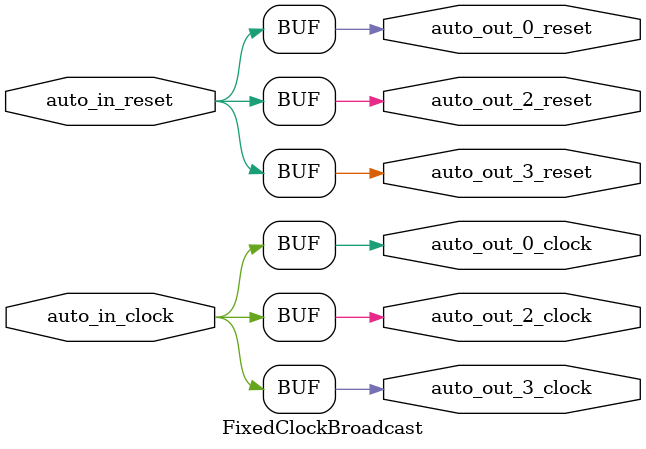
<source format=sv>
`ifndef RANDOMIZE
  `ifdef RANDOMIZE_MEM_INIT
    `define RANDOMIZE
  `endif // RANDOMIZE_MEM_INIT
`endif // not def RANDOMIZE
`ifndef RANDOMIZE
  `ifdef RANDOMIZE_REG_INIT
    `define RANDOMIZE
  `endif // RANDOMIZE_REG_INIT
`endif // not def RANDOMIZE

`ifndef RANDOM
  `define RANDOM $random
`endif // not def RANDOM

// Users can define INIT_RANDOM as general code that gets injected into the
// initializer block for modules with registers.
`ifndef INIT_RANDOM
  `define INIT_RANDOM
`endif // not def INIT_RANDOM

// If using random initialization, you can also define RANDOMIZE_DELAY to
// customize the delay used, otherwise 0.002 is used.
`ifndef RANDOMIZE_DELAY
  `define RANDOMIZE_DELAY 0.002
`endif // not def RANDOMIZE_DELAY

// Define INIT_RANDOM_PROLOG_ for use in our modules below.
`ifndef INIT_RANDOM_PROLOG_
  `ifdef RANDOMIZE
    `ifdef VERILATOR
      `define INIT_RANDOM_PROLOG_ `INIT_RANDOM
    `else  // VERILATOR
      `define INIT_RANDOM_PROLOG_ `INIT_RANDOM #`RANDOMIZE_DELAY begin end
    `endif // VERILATOR
  `else  // RANDOMIZE
    `define INIT_RANDOM_PROLOG_
  `endif // RANDOMIZE
`endif // not def INIT_RANDOM_PROLOG_

// Include register initializers in init blocks unless synthesis is set
`ifndef SYNTHESIS
  `ifndef ENABLE_INITIAL_REG_
    `define ENABLE_INITIAL_REG_
  `endif // not def ENABLE_INITIAL_REG_
`endif // not def SYNTHESIS

// Include rmemory initializers in init blocks unless synthesis is set
`ifndef SYNTHESIS
  `ifndef ENABLE_INITIAL_MEM_
    `define ENABLE_INITIAL_MEM_
  `endif // not def ENABLE_INITIAL_MEM_
`endif // not def SYNTHESIS

// Standard header to adapt well known macros for prints and assertions.

// Users can define 'PRINTF_COND' to add an extra gate to prints.
`ifndef PRINTF_COND_
  `ifdef PRINTF_COND
    `define PRINTF_COND_ (`PRINTF_COND)
  `else  // PRINTF_COND
    `define PRINTF_COND_ 1
  `endif // PRINTF_COND
`endif // not def PRINTF_COND_

// Users can define 'ASSERT_VERBOSE_COND' to add an extra gate to assert error printing.
`ifndef ASSERT_VERBOSE_COND_
  `ifdef ASSERT_VERBOSE_COND
    `define ASSERT_VERBOSE_COND_ (`ASSERT_VERBOSE_COND)
  `else  // ASSERT_VERBOSE_COND
    `define ASSERT_VERBOSE_COND_ 1
  `endif // ASSERT_VERBOSE_COND
`endif // not def ASSERT_VERBOSE_COND_

// Users can define 'STOP_COND' to add an extra gate to stop conditions.
`ifndef STOP_COND_
  `ifdef STOP_COND
    `define STOP_COND_ (`STOP_COND)
  `else  // STOP_COND
    `define STOP_COND_ 1
  `endif // STOP_COND
`endif // not def STOP_COND_

module FixedClockBroadcast(
  input  auto_in_clock,	// @[generators/rocket-chip/src/main/scala/diplomacy/LazyModule.scala:367:18]
         auto_in_reset,	// @[generators/rocket-chip/src/main/scala/diplomacy/LazyModule.scala:367:18]
  output auto_out_3_clock,	// @[generators/rocket-chip/src/main/scala/diplomacy/LazyModule.scala:367:18]
         auto_out_3_reset,	// @[generators/rocket-chip/src/main/scala/diplomacy/LazyModule.scala:367:18]
         auto_out_2_clock,	// @[generators/rocket-chip/src/main/scala/diplomacy/LazyModule.scala:367:18]
         auto_out_2_reset,	// @[generators/rocket-chip/src/main/scala/diplomacy/LazyModule.scala:367:18]
         auto_out_0_clock,	// @[generators/rocket-chip/src/main/scala/diplomacy/LazyModule.scala:367:18]
         auto_out_0_reset	// @[generators/rocket-chip/src/main/scala/diplomacy/LazyModule.scala:367:18]
);

  assign auto_out_3_clock = auto_in_clock;
  assign auto_out_3_reset = auto_in_reset;
  assign auto_out_2_clock = auto_in_clock;
  assign auto_out_2_reset = auto_in_reset;
  assign auto_out_0_clock = auto_in_clock;
  assign auto_out_0_reset = auto_in_reset;
endmodule


</source>
